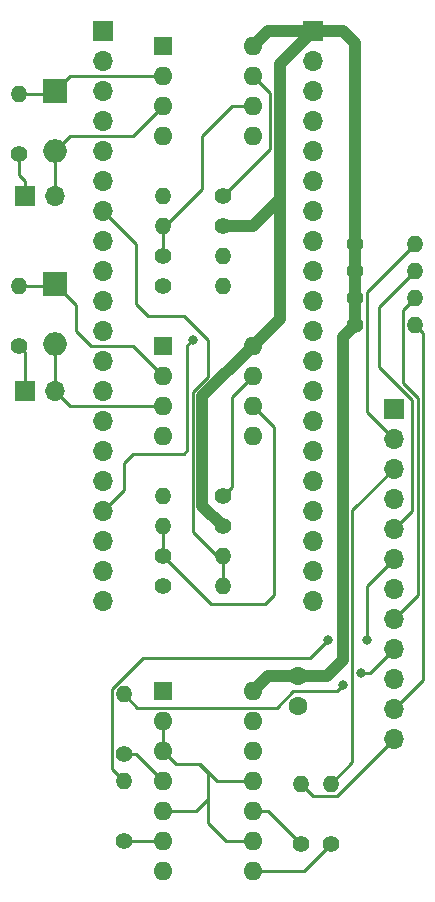
<source format=gtl>
G04 #@! TF.GenerationSoftware,KiCad,Pcbnew,7.0.2-0*
G04 #@! TF.CreationDate,2024-11-24T22:08:16+01:00*
G04 #@! TF.ProjectId,MIDI Box,4d494449-2042-46f7-982e-6b696361645f,rev?*
G04 #@! TF.SameCoordinates,Original*
G04 #@! TF.FileFunction,Copper,L1,Top*
G04 #@! TF.FilePolarity,Positive*
%FSLAX46Y46*%
G04 Gerber Fmt 4.6, Leading zero omitted, Abs format (unit mm)*
G04 Created by KiCad (PCBNEW 7.0.2-0) date 2024-11-24 22:08:16*
%MOMM*%
%LPD*%
G01*
G04 APERTURE LIST*
G04 #@! TA.AperFunction,ComponentPad*
%ADD10C,1.400000*%
G04 #@! TD*
G04 #@! TA.AperFunction,ComponentPad*
%ADD11O,1.400000X1.400000*%
G04 #@! TD*
G04 #@! TA.AperFunction,ComponentPad*
%ADD12R,1.600000X1.600000*%
G04 #@! TD*
G04 #@! TA.AperFunction,ComponentPad*
%ADD13O,1.600000X1.600000*%
G04 #@! TD*
G04 #@! TA.AperFunction,ComponentPad*
%ADD14R,1.700000X1.700000*%
G04 #@! TD*
G04 #@! TA.AperFunction,ComponentPad*
%ADD15O,1.700000X1.700000*%
G04 #@! TD*
G04 #@! TA.AperFunction,ComponentPad*
%ADD16R,2.000000X2.000000*%
G04 #@! TD*
G04 #@! TA.AperFunction,ComponentPad*
%ADD17O,2.000000X2.000000*%
G04 #@! TD*
G04 #@! TA.AperFunction,ComponentPad*
%ADD18C,1.600000*%
G04 #@! TD*
G04 #@! TA.AperFunction,ViaPad*
%ADD19C,0.800000*%
G04 #@! TD*
G04 #@! TA.AperFunction,Conductor*
%ADD20C,0.250000*%
G04 #@! TD*
G04 #@! TA.AperFunction,Conductor*
%ADD21C,1.000000*%
G04 #@! TD*
G04 APERTURE END LIST*
D10*
X156972000Y-84074000D03*
D11*
X162052000Y-84074000D03*
D12*
X156972000Y-118364000D03*
D13*
X156972000Y-120904000D03*
X156972000Y-123444000D03*
X156972000Y-125984000D03*
X156972000Y-128524000D03*
X156972000Y-131064000D03*
X156972000Y-133604000D03*
X164592000Y-133604000D03*
X164592000Y-131064000D03*
X164592000Y-128524000D03*
X164592000Y-125984000D03*
X164592000Y-123444000D03*
X164592000Y-120904000D03*
X164592000Y-118364000D03*
D10*
X173228000Y-82804000D03*
D11*
X178308000Y-82804000D03*
D10*
X173228000Y-87376000D03*
D11*
X178308000Y-87376000D03*
D10*
X153670000Y-123698000D03*
D11*
X153670000Y-118618000D03*
D10*
X162052000Y-104394000D03*
D11*
X156972000Y-104394000D03*
D10*
X173228000Y-80518000D03*
D11*
X178308000Y-80518000D03*
D10*
X153670000Y-131064000D03*
D11*
X153670000Y-125984000D03*
D14*
X176530000Y-94488000D03*
D15*
X176530000Y-97028000D03*
X176530000Y-99568000D03*
X176530000Y-102108000D03*
X176530000Y-104648000D03*
X176530000Y-107188000D03*
X176530000Y-109728000D03*
X176530000Y-112268000D03*
X176530000Y-114808000D03*
X176530000Y-117348000D03*
X176530000Y-119888000D03*
X176530000Y-122428000D03*
D10*
X171196000Y-131318000D03*
D11*
X171196000Y-126238000D03*
D10*
X162052000Y-78994000D03*
D11*
X156972000Y-78994000D03*
D14*
X169672000Y-62484000D03*
D15*
X169672000Y-65024000D03*
X169672000Y-67564000D03*
X169672000Y-70104000D03*
X169672000Y-72644000D03*
X169672000Y-75184000D03*
X169672000Y-77724000D03*
X169672000Y-80264000D03*
X169672000Y-82804000D03*
X169672000Y-85344000D03*
X169672000Y-87884000D03*
X169672000Y-90424000D03*
X169672000Y-92964000D03*
X169672000Y-95504000D03*
X169672000Y-98044000D03*
X169672000Y-100584000D03*
X169672000Y-103124000D03*
X169672000Y-105664000D03*
X169672000Y-108204000D03*
X169672000Y-110744000D03*
D12*
X156972000Y-89154000D03*
D13*
X156972000Y-91694000D03*
X156972000Y-94234000D03*
X156972000Y-96774000D03*
X164592000Y-96774000D03*
X164592000Y-94234000D03*
X164592000Y-91694000D03*
X164592000Y-89154000D03*
D10*
X144780000Y-89154000D03*
D11*
X144780000Y-84074000D03*
D14*
X151892000Y-62484000D03*
D15*
X151892000Y-65024000D03*
X151892000Y-67564000D03*
X151892000Y-70104000D03*
X151892000Y-72644000D03*
X151892000Y-75184000D03*
X151892000Y-77724000D03*
X151892000Y-80264000D03*
X151892000Y-82804000D03*
X151892000Y-85344000D03*
X151892000Y-87884000D03*
X151892000Y-90424000D03*
X151892000Y-92964000D03*
X151892000Y-95504000D03*
X151892000Y-98044000D03*
X151892000Y-100584000D03*
X151892000Y-103124000D03*
X151892000Y-105664000D03*
X151892000Y-108204000D03*
X151892000Y-110744000D03*
D10*
X156972000Y-81534000D03*
D11*
X162052000Y-81534000D03*
D12*
X156972000Y-63754000D03*
D13*
X156972000Y-66294000D03*
X156972000Y-68834000D03*
X156972000Y-71374000D03*
X164592000Y-71374000D03*
X164592000Y-68834000D03*
X164592000Y-66294000D03*
X164592000Y-63754000D03*
D14*
X145288000Y-92964000D03*
D15*
X147828000Y-92964000D03*
D16*
X147828000Y-83918315D03*
D17*
X147828000Y-88998315D03*
D10*
X162052000Y-76454000D03*
D11*
X156972000Y-76454000D03*
D10*
X173228000Y-85090000D03*
D11*
X178308000Y-85090000D03*
D10*
X162052000Y-101854000D03*
D11*
X156972000Y-101854000D03*
D10*
X156972000Y-109474000D03*
D11*
X162052000Y-109474000D03*
D16*
X147828000Y-67564000D03*
D17*
X147828000Y-72644000D03*
D10*
X144780000Y-72898000D03*
D11*
X144780000Y-67818000D03*
D18*
X168402000Y-117094000D03*
X168402000Y-119594000D03*
D14*
X145288000Y-76454000D03*
D15*
X147828000Y-76454000D03*
D10*
X168656000Y-131318000D03*
D11*
X168656000Y-126238000D03*
D10*
X156972000Y-106934000D03*
D11*
X162052000Y-106934000D03*
D19*
X170942000Y-114046000D03*
X174244000Y-114046000D03*
X159512000Y-88646000D03*
X173761500Y-116840000D03*
X172212000Y-117856000D03*
D20*
X144780000Y-67818000D02*
X147574000Y-67818000D01*
X149860000Y-66294000D02*
X149098000Y-66294000D01*
X147574000Y-67818000D02*
X147828000Y-67564000D01*
X149098000Y-66294000D02*
X147828000Y-67564000D01*
X156972000Y-66294000D02*
X149860000Y-66294000D01*
X162814000Y-93472000D02*
X164592000Y-91694000D01*
X162052000Y-101854000D02*
X162814000Y-101092000D01*
X162814000Y-101092000D02*
X162814000Y-93472000D01*
D21*
X165862000Y-62484000D02*
X164592000Y-63754000D01*
X166878000Y-76708000D02*
X166878000Y-86868000D01*
X173228000Y-63500000D02*
X173228000Y-76962000D01*
X173228000Y-76962000D02*
X173228000Y-87376000D01*
X172212000Y-62484000D02*
X173228000Y-63500000D01*
X169672000Y-62484000D02*
X166878000Y-65278000D01*
X172212000Y-88392000D02*
X172212000Y-115738000D01*
X166878000Y-86868000D02*
X164592000Y-89154000D01*
X173228000Y-87376000D02*
X172212000Y-88392000D01*
X169672000Y-62484000D02*
X165862000Y-62484000D01*
X168402000Y-117094000D02*
X165862000Y-117094000D01*
X165862000Y-117094000D02*
X164592000Y-118364000D01*
X172212000Y-115738000D02*
X170856000Y-117094000D01*
X160337000Y-102679000D02*
X162052000Y-104394000D01*
X160337000Y-93409000D02*
X160337000Y-102679000D01*
X169672000Y-62484000D02*
X172212000Y-62484000D01*
X164592000Y-78994000D02*
X162052000Y-78994000D01*
X170856000Y-117094000D02*
X168402000Y-117094000D01*
X166878000Y-76708000D02*
X164592000Y-78994000D01*
X164592000Y-89154000D02*
X160337000Y-93409000D01*
X166878000Y-65278000D02*
X166878000Y-76708000D01*
D20*
X156972000Y-104394000D02*
X156972000Y-106934000D01*
X166370000Y-110236000D02*
X166370000Y-96012000D01*
X161036000Y-110998000D02*
X165608000Y-110998000D01*
X166370000Y-96012000D02*
X164592000Y-94234000D01*
X165608000Y-110998000D02*
X166370000Y-110236000D01*
X156972000Y-106934000D02*
X161036000Y-110998000D01*
X178308000Y-85090000D02*
X177283000Y-86115000D01*
X177283000Y-92318604D02*
X178558000Y-93593604D01*
X178558000Y-110240000D02*
X176530000Y-112268000D01*
X178558000Y-93593604D02*
X178558000Y-110240000D01*
X177283000Y-86115000D02*
X177283000Y-92318604D01*
X174244000Y-109474000D02*
X174244000Y-114046000D01*
X155268431Y-115570000D02*
X169418000Y-115570000D01*
X176530000Y-107188000D02*
X174244000Y-109474000D01*
X153670000Y-125984000D02*
X152645000Y-124959000D01*
X169418000Y-115570000D02*
X170942000Y-114046000D01*
X152645000Y-118193431D02*
X155268431Y-115570000D01*
X152645000Y-124959000D02*
X152645000Y-118193431D01*
X174253000Y-94751000D02*
X176530000Y-97028000D01*
X178308000Y-80518000D02*
X174253000Y-84573000D01*
X174253000Y-84573000D02*
X174253000Y-94751000D01*
X171196000Y-126238000D02*
X173037000Y-124397000D01*
X173037000Y-124397000D02*
X173037000Y-103061000D01*
X173037000Y-103061000D02*
X176530000Y-99568000D01*
X175260000Y-85852000D02*
X175260000Y-90932000D01*
X178308000Y-82804000D02*
X175260000Y-85852000D01*
X178054000Y-93726000D02*
X178054000Y-103124000D01*
X178054000Y-103124000D02*
X176530000Y-104648000D01*
X175260000Y-90932000D02*
X178054000Y-93726000D01*
X154432000Y-71374000D02*
X149860000Y-71374000D01*
X154432000Y-71374000D02*
X156972000Y-68834000D01*
X149860000Y-71374000D02*
X149098000Y-71374000D01*
X147828000Y-72644000D02*
X147828000Y-76454000D01*
X149098000Y-71374000D02*
X147828000Y-72644000D01*
X147672315Y-84074000D02*
X147828000Y-83918315D01*
X149606000Y-85696315D02*
X149606000Y-87884000D01*
X144780000Y-84074000D02*
X147672315Y-84074000D01*
X147828000Y-83918315D02*
X149606000Y-85696315D01*
X150876000Y-89154000D02*
X154432000Y-89154000D01*
X154432000Y-89154000D02*
X156972000Y-91694000D01*
X149606000Y-87884000D02*
X150876000Y-89154000D01*
X147828000Y-92964000D02*
X149098000Y-94234000D01*
X147828000Y-88998315D02*
X147828000Y-92964000D01*
X149098000Y-94234000D02*
X156972000Y-94234000D01*
X144780000Y-74676000D02*
X145288000Y-75184000D01*
X145288000Y-75184000D02*
X145288000Y-76454000D01*
X144780000Y-72898000D02*
X144780000Y-74676000D01*
X145288000Y-92964000D02*
X145288000Y-89662000D01*
X145288000Y-89662000D02*
X144780000Y-89154000D01*
X164592000Y-66294000D02*
X166053000Y-67755000D01*
X166053000Y-67755000D02*
X166053000Y-72453000D01*
X166053000Y-72453000D02*
X162052000Y-76454000D01*
X156972000Y-81534000D02*
X156972000Y-79121000D01*
X162814000Y-68834000D02*
X164592000Y-68834000D01*
X156972000Y-79121000D02*
X160274000Y-75819000D01*
X160274000Y-71374000D02*
X162814000Y-68834000D01*
X160274000Y-75819000D02*
X160274000Y-71374000D01*
X153670000Y-101346000D02*
X151892000Y-103124000D01*
X153670000Y-99060000D02*
X153670000Y-101346000D01*
X159512000Y-88646000D02*
X159062000Y-89096000D01*
X159062000Y-97986000D02*
X158750000Y-98298000D01*
X154432000Y-98298000D02*
X153670000Y-99060000D01*
X159062000Y-89096000D02*
X159062000Y-97986000D01*
X158750000Y-98298000D02*
X154432000Y-98298000D01*
X159512000Y-93067274D02*
X159512000Y-104902000D01*
X154686000Y-85598000D02*
X155702000Y-86614000D01*
X160782000Y-91797274D02*
X159512000Y-93067274D01*
X158750000Y-86614000D02*
X160782000Y-88646000D01*
X151892000Y-77724000D02*
X154686000Y-80518000D01*
X159512000Y-104902000D02*
X161544000Y-106934000D01*
X161544000Y-106934000D02*
X162052000Y-106934000D01*
X154686000Y-80518000D02*
X154686000Y-85598000D01*
X160782000Y-88646000D02*
X160782000Y-91797274D01*
X155702000Y-86614000D02*
X158750000Y-86614000D01*
X162052000Y-106934000D02*
X162052000Y-109474000D01*
X165862000Y-128524000D02*
X168656000Y-131318000D01*
X164592000Y-128524000D02*
X165862000Y-128524000D01*
X154686000Y-123698000D02*
X156972000Y-125984000D01*
X153670000Y-123698000D02*
X154686000Y-123698000D01*
X153670000Y-131064000D02*
X156972000Y-131064000D01*
X164592000Y-133604000D02*
X168910000Y-133604000D01*
X168910000Y-133604000D02*
X171196000Y-131318000D01*
X158097000Y-124569000D02*
X160129000Y-124569000D01*
X161036000Y-125476000D02*
X161544000Y-125984000D01*
X160782000Y-127508000D02*
X159766000Y-128524000D01*
X160782000Y-129540000D02*
X162306000Y-131064000D01*
X160020000Y-124569000D02*
X160782000Y-125331000D01*
X162306000Y-131064000D02*
X164592000Y-131064000D01*
X160129000Y-124569000D02*
X161036000Y-125476000D01*
X156972000Y-123444000D02*
X156972000Y-120904000D01*
X160782000Y-125331000D02*
X160782000Y-129540000D01*
X156972000Y-123444000D02*
X158097000Y-124569000D01*
X161544000Y-125984000D02*
X164592000Y-125984000D01*
X159766000Y-128524000D02*
X156972000Y-128524000D01*
X153670000Y-118618000D02*
X154831000Y-119779000D01*
X171704000Y-118364000D02*
X172212000Y-117856000D01*
X173761500Y-116840000D02*
X174498000Y-116840000D01*
X154831000Y-119779000D02*
X166626009Y-119779000D01*
X168041009Y-118364000D02*
X171704000Y-118364000D01*
X174498000Y-116840000D02*
X176530000Y-114808000D01*
X166626009Y-119779000D02*
X168041009Y-118364000D01*
X179008000Y-117410000D02*
X179008000Y-88076000D01*
X176530000Y-119888000D02*
X179008000Y-117410000D01*
X179008000Y-88076000D02*
X178308000Y-87376000D01*
X168656000Y-126238000D02*
X169681000Y-127263000D01*
X169681000Y-127263000D02*
X171695000Y-127263000D01*
X171695000Y-127263000D02*
X176530000Y-122428000D01*
M02*

</source>
